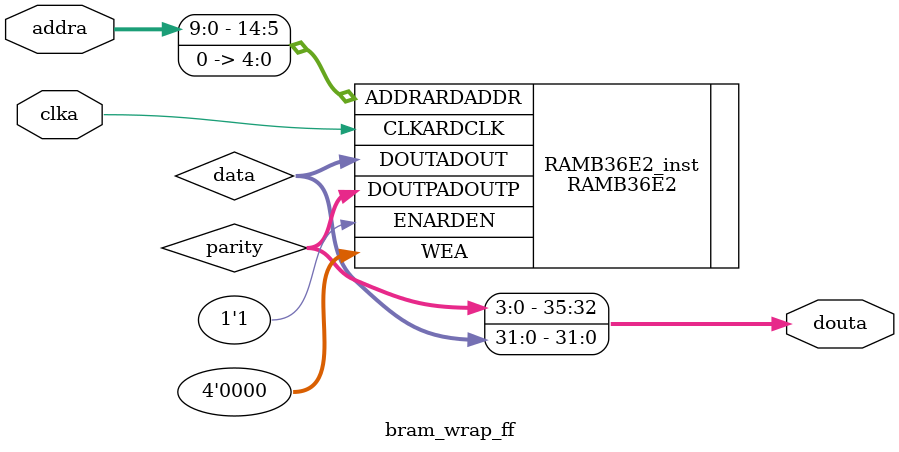
<source format=v>
`timescale 1ns / 1ps

module bram_wrap_ff(
    input clka,
    input [9:0] addra,
    output [35:0] douta
    );
    
    wire [31:0] data;
    wire [3:0] parity;
    
    assign douta = {parity, data};
    
RAMB36E2 #(
// CASCADE_ORDER_A, CASCADE_ORDER_B: "FIRST", "MIDDLE", "LAST", "NONE"
.CASCADE_ORDER_A("NONE"),
.CASCADE_ORDER_B("NONE"),
// CLOCK_DOMAINS: "COMMON", "INDEPENDENT"
.CLOCK_DOMAINS("INDEPENDENT"),
// Collision check: "ALL", "GENERATE_X_ONLY", "NONE", "WARNING_ONLY"
.SIM_COLLISION_CHECK("ALL"),
// DOA_REG, DOB_REG: Optional output register (0, 1)
.DOA_REG(0),
.DOB_REG(0),
// ENADDRENA/ENADDRENB: Address enable pin enable, "TRUE", "FALSE"
.ENADDRENA("FALSE"),
.ENADDRENB("FALSE"),
// EN_ECC_PIPE: ECC pipeline register, "TRUE"/"FALSE"
.EN_ECC_PIPE("FALSE"),
// EN_ECC_READ: Enable ECC decoder, "TRUE"/"FALSE"
.EN_ECC_READ("FALSE"),
// EN_ECC_WRITE: Enable ECC encoder, "TRUE"/"FALSE"
.EN_ECC_WRITE("FALSE"),
   // INITP_00 to INITP_0F: Initial contents of the parity memory array
	.INITP_00(256'hFFFFFFFFFFFFFFFFFFFFFFFFFFFFFFFFFFFFFFFFFFFFFFFFFFFFFFFFFFFFFFFF),
	.INITP_01(256'hFFFFFFFFFFFFFFFFFFFFFFFFFFFFFFFFFFFFFFFFFFFFFFFFFFFFFFFFFFFFFFFF),
	.INITP_02(256'hFFFFFFFFFFFFFFFFFFFFFFFFFFFFFFFFFFFFFFFFFFFFFFFFFFFFFFFFFFFFFFFF),
	.INITP_03(256'hFFFFFFFFFFFFFFFFFFFFFFFFFFFFFFFFFFFFFFFFFFFFFFFFFFFFFFFFFFFFFFFF),
	.INITP_04(256'hFFFFFFFFFFFFFFFFFFFFFFFFFFFFFFFFFFFFFFFFFFFFFFFFFFFFFFFFFFFFFFFF),
	.INITP_05(256'hFFFFFFFFFFFFFFFFFFFFFFFFFFFFFFFFFFFFFFFFFFFFFFFFFFFFFFFFFFFFFFFF),
	.INITP_06(256'hFFFFFFFFFFFFFFFFFFFFFFFFFFFFFFFFFFFFFFFFFFFFFFFFFFFFFFFFFFFFFFFF),
	.INITP_07(256'hFFFFFFFFFFFFFFFFFFFFFFFFFFFFFFFFFFFFFFFFFFFFFFFFFFFFFFFFFFFFFFFF),
	.INITP_08(256'hFFFFFFFFFFFFFFFFFFFFFFFFFFFFFFFFFFFFFFFFFFFFFFFFFFFFFFFFFFFFFFFF),
	.INITP_09(256'hFFFFFFFFFFFFFFFFFFFFFFFFFFFFFFFFFFFFFFFFFFFFFFFFFFFFFFFFFFFFFFFF),
	.INITP_0A(256'hFFFFFFFFFFFFFFFFFFFFFFFFFFFFFFFFFFFFFFFFFFFFFFFFFFFFFFFFFFFFFFFF),
	.INITP_0B(256'hFFFFFFFFFFFFFFFFFFFFFFFFFFFFFFFFFFFFFFFFFFFFFFFFFFFFFFFFFFFFFFFF),
	.INITP_0C(256'hFFFFFFFFFFFFFFFFFFFFFFFFFFFFFFFFFFFFFFFFFFFFFFFFFFFFFFFFFFFFFFFF),
	.INITP_0D(256'hFFFFFFFFFFFFFFFFFFFFFFFFFFFFFFFFFFFFFFFFFFFFFFFFFFFFFFFFFFFFFFFF),
	.INITP_0E(256'hFFFFFFFFFFFFFFFFFFFFFFFFFFFFFFFFFFFFFFFFFFFFFFFFFFFFFFFFFFFFFFFF),
	.INITP_0F(256'hFFFFFFFFFFFFFFFFFFFFFFFFFFFFFFFFFFFFFFFFFFFFFFFFFFFFFFFFFFFFFFFF),
   // INIT_00 to INIT_7F: Initial contents of the data memory array
	.INIT_00(256'hFFFFFFFFFFFFFFFFFFFFFFFFFFFFFFFFFFFFFFFFFFFFFFFFFFFFFFFFFFFFFFFF),
	.INIT_01(256'hFFFFFFFFFFFFFFFFFFFFFFFFFFFFFFFFFFFFFFFFFFFFFFFFFFFFFFFFFFFFFFFF),
	.INIT_02(256'hFFFFFFFFFFFFFFFFFFFFFFFFFFFFFFFFFFFFFFFFFFFFFFFFFFFFFFFFFFFFFFFF),
	.INIT_03(256'hFFFFFFFFFFFFFFFFFFFFFFFFFFFFFFFFFFFFFFFFFFFFFFFFFFFFFFFFFFFFFFFF),
	.INIT_04(256'hFFFFFFFFFFFFFFFFFFFFFFFFFFFFFFFFFFFFFFFFFFFFFFFFFFFFFFFFFFFFFFFF),
	.INIT_05(256'hFFFFFFFFFFFFFFFFFFFFFFFFFFFFFFFFFFFFFFFFFFFFFFFFFFFFFFFFFFFFFFFF),
	.INIT_06(256'hFFFFFFFFFFFFFFFFFFFFFFFFFFFFFFFFFFFFFFFFFFFFFFFFFFFFFFFFFFFFFFFF),
	.INIT_07(256'hFFFFFFFFFFFFFFFFFFFFFFFFFFFFFFFFFFFFFFFFFFFFFFFFFFFFFFFFFFFFFFFF),
	.INIT_08(256'hFFFFFFFFFFFFFFFFFFFFFFFFFFFFFFFFFFFFFFFFFFFFFFFFFFFFFFFFFFFFFFFF),
	.INIT_09(256'hFFFFFFFFFFFFFFFFFFFFFFFFFFFFFFFFFFFFFFFFFFFFFFFFFFFFFFFFFFFFFFFF),
	.INIT_0A(256'hFFFFFFFFFFFFFFFFFFFFFFFFFFFFFFFFFFFFFFFFFFFFFFFFFFFFFFFFFFFFFFFF),
	.INIT_0B(256'hFFFFFFFFFFFFFFFFFFFFFFFFFFFFFFFFFFFFFFFFFFFFFFFFFFFFFFFFFFFFFFFF),
	.INIT_0C(256'hFFFFFFFFFFFFFFFFFFFFFFFFFFFFFFFFFFFFFFFFFFFFFFFFFFFFFFFFFFFFFFFF),
	.INIT_0D(256'hFFFFFFFFFFFFFFFFFFFFFFFFFFFFFFFFFFFFFFFFFFFFFFFFFFFFFFFFFFFFFFFF),
	.INIT_0E(256'hFFFFFFFFFFFFFFFFFFFFFFFFFFFFFFFFFFFFFFFFFFFFFFFFFFFFFFFFFFFFFFFF),
	.INIT_0F(256'hFFFFFFFFFFFFFFFFFFFFFFFFFFFFFFFFFFFFFFFFFFFFFFFFFFFFFFFFFFFFFFFF),
	.INIT_10(256'hFFFFFFFFFFFFFFFFFFFFFFFFFFFFFFFFFFFFFFFFFFFFFFFFFFFFFFFFFFFFFFFF),
	.INIT_11(256'hFFFFFFFFFFFFFFFFFFFFFFFFFFFFFFFFFFFFFFFFFFFFFFFFFFFFFFFFFFFFFFFF),
	.INIT_12(256'hFFFFFFFFFFFFFFFFFFFFFFFFFFFFFFFFFFFFFFFFFFFFFFFFFFFFFFFFFFFFFFFF),
	.INIT_13(256'hFFFFFFFFFFFFFFFFFFFFFFFFFFFFFFFFFFFFFFFFFFFFFFFFFFFFFFFFFFFFFFFF),
	.INIT_14(256'hFFFFFFFFFFFFFFFFFFFFFFFFFFFFFFFFFFFFFFFFFFFFFFFFFFFFFFFFFFFFFFFF),
	.INIT_15(256'hFFFFFFFFFFFFFFFFFFFFFFFFFFFFFFFFFFFFFFFFFFFFFFFFFFFFFFFFFFFFFFFF),
	.INIT_16(256'hFFFFFFFFFFFFFFFFFFFFFFFFFFFFFFFFFFFFFFFFFFFFFFFFFFFFFFFFFFFFFFFF),
	.INIT_17(256'hFFFFFFFFFFFFFFFFFFFFFFFFFFFFFFFFFFFFFFFFFFFFFFFFFFFFFFFFFFFFFFFF),
	.INIT_18(256'hFFFFFFFFFFFFFFFFFFFFFFFFFFFFFFFFFFFFFFFFFFFFFFFFFFFFFFFFFFFFFFFF),
	.INIT_19(256'hFFFFFFFFFFFFFFFFFFFFFFFFFFFFFFFFFFFFFFFFFFFFFFFFFFFFFFFFFFFFFFFF),
	.INIT_1A(256'hFFFFFFFFFFFFFFFFFFFFFFFFFFFFFFFFFFFFFFFFFFFFFFFFFFFFFFFFFFFFFFFF),
	.INIT_1B(256'hFFFFFFFFFFFFFFFFFFFFFFFFFFFFFFFFFFFFFFFFFFFFFFFFFFFFFFFFFFFFFFFF),
	.INIT_1C(256'hFFFFFFFFFFFFFFFFFFFFFFFFFFFFFFFFFFFFFFFFFFFFFFFFFFFFFFFFFFFFFFFF),
	.INIT_1D(256'hFFFFFFFFFFFFFFFFFFFFFFFFFFFFFFFFFFFFFFFFFFFFFFFFFFFFFFFFFFFFFFFF),
	.INIT_1E(256'hFFFFFFFFFFFFFFFFFFFFFFFFFFFFFFFFFFFFFFFFFFFFFFFFFFFFFFFFFFFFFFFF),
	.INIT_1F(256'hFFFFFFFFFFFFFFFFFFFFFFFFFFFFFFFFFFFFFFFFFFFFFFFFFFFFFFFFFFFFFFFF),
	.INIT_20(256'hFFFFFFFFFFFFFFFFFFFFFFFFFFFFFFFFFFFFFFFFFFFFFFFFFFFFFFFFFFFFFFFF),
	.INIT_21(256'hFFFFFFFFFFFFFFFFFFFFFFFFFFFFFFFFFFFFFFFFFFFFFFFFFFFFFFFFFFFFFFFF),
	.INIT_22(256'hFFFFFFFFFFFFFFFFFFFFFFFFFFFFFFFFFFFFFFFFFFFFFFFFFFFFFFFFFFFFFFFF),
	.INIT_23(256'hFFFFFFFFFFFFFFFFFFFFFFFFFFFFFFFFFFFFFFFFFFFFFFFFFFFFFFFFFFFFFFFF),
	.INIT_24(256'hFFFFFFFFFFFFFFFFFFFFFFFFFFFFFFFFFFFFFFFFFFFFFFFFFFFFFFFFFFFFFFFF),
	.INIT_25(256'hFFFFFFFFFFFFFFFFFFFFFFFFFFFFFFFFFFFFFFFFFFFFFFFFFFFFFFFFFFFFFFFF),
	.INIT_26(256'hFFFFFFFFFFFFFFFFFFFFFFFFFFFFFFFFFFFFFFFFFFFFFFFFFFFFFFFFFFFFFFFF),
	.INIT_27(256'hFFFFFFFFFFFFFFFFFFFFFFFFFFFFFFFFFFFFFFFFFFFFFFFFFFFFFFFFFFFFFFFF),
	.INIT_28(256'hFFFFFFFFFFFFFFFFFFFFFFFFFFFFFFFFFFFFFFFFFFFFFFFFFFFFFFFFFFFFFFFF),
	.INIT_29(256'hFFFFFFFFFFFFFFFFFFFFFFFFFFFFFFFFFFFFFFFFFFFFFFFFFFFFFFFFFFFFFFFF),
	.INIT_2A(256'hFFFFFFFFFFFFFFFFFFFFFFFFFFFFFFFFFFFFFFFFFFFFFFFFFFFFFFFFFFFFFFFF),
	.INIT_2B(256'hFFFFFFFFFFFFFFFFFFFFFFFFFFFFFFFFFFFFFFFFFFFFFFFFFFFFFFFFFFFFFFFF),
	.INIT_2C(256'hFFFFFFFFFFFFFFFFFFFFFFFFFFFFFFFFFFFFFFFFFFFFFFFFFFFFFFFFFFFFFFFF),
	.INIT_2D(256'hFFFFFFFFFFFFFFFFFFFFFFFFFFFFFFFFFFFFFFFFFFFFFFFFFFFFFFFFFFFFFFFF),
	.INIT_2E(256'hFFFFFFFFFFFFFFFFFFFFFFFFFFFFFFFFFFFFFFFFFFFFFFFFFFFFFFFFFFFFFFFF),
	.INIT_2F(256'hFFFFFFFFFFFFFFFFFFFFFFFFFFFFFFFFFFFFFFFFFFFFFFFFFFFFFFFFFFFFFFFF),
	.INIT_30(256'hFFFFFFFFFFFFFFFFFFFFFFFFFFFFFFFFFFFFFFFFFFFFFFFFFFFFFFFFFFFFFFFF),
	.INIT_31(256'hFFFFFFFFFFFFFFFFFFFFFFFFFFFFFFFFFFFFFFFFFFFFFFFFFFFFFFFFFFFFFFFF),
	.INIT_32(256'hFFFFFFFFFFFFFFFFFFFFFFFFFFFFFFFFFFFFFFFFFFFFFFFFFFFFFFFFFFFFFFFF),
	.INIT_33(256'hFFFFFFFFFFFFFFFFFFFFFFFFFFFFFFFFFFFFFFFFFFFFFFFFFFFFFFFFFFFFFFFF),
	.INIT_34(256'hFFFFFFFFFFFFFFFFFFFFFFFFFFFFFFFFFFFFFFFFFFFFFFFFFFFFFFFFFFFFFFFF),
	.INIT_35(256'hFFFFFFFFFFFFFFFFFFFFFFFFFFFFFFFFFFFFFFFFFFFFFFFFFFFFFFFFFFFFFFFF),
	.INIT_36(256'hFFFFFFFFFFFFFFFFFFFFFFFFFFFFFFFFFFFFFFFFFFFFFFFFFFFFFFFFFFFFFFFF),
	.INIT_37(256'hFFFFFFFFFFFFFFFFFFFFFFFFFFFFFFFFFFFFFFFFFFFFFFFFFFFFFFFFFFFFFFFF),
	.INIT_38(256'hFFFFFFFFFFFFFFFFFFFFFFFFFFFFFFFFFFFFFFFFFFFFFFFFFFFFFFFFFFFFFFFF),
	.INIT_39(256'hFFFFFFFFFFFFFFFFFFFFFFFFFFFFFFFFFFFFFFFFFFFFFFFFFFFFFFFFFFFFFFFF),
	.INIT_3A(256'hFFFFFFFFFFFFFFFFFFFFFFFFFFFFFFFFFFFFFFFFFFFFFFFFFFFFFFFFFFFFFFFF),
	.INIT_3B(256'hFFFFFFFFFFFFFFFFFFFFFFFFFFFFFFFFFFFFFFFFFFFFFFFFFFFFFFFFFFFFFFFF),
	.INIT_3C(256'hFFFFFFFFFFFFFFFFFFFFFFFFFFFFFFFFFFFFFFFFFFFFFFFFFFFFFFFFFFFFFFFF),
	.INIT_3D(256'hFFFFFFFFFFFFFFFFFFFFFFFFFFFFFFFFFFFFFFFFFFFFFFFFFFFFFFFFFFFFFFFF),
	.INIT_3E(256'hFFFFFFFFFFFFFFFFFFFFFFFFFFFFFFFFFFFFFFFFFFFFFFFFFFFFFFFFFFFFFFFF),
	.INIT_3F(256'hFFFFFFFFFFFFFFFFFFFFFFFFFFFFFFFFFFFFFFFFFFFFFFFFFFFFFFFFFFFFFFFF),
	.INIT_40(256'hFFFFFFFFFFFFFFFFFFFFFFFFFFFFFFFFFFFFFFFFFFFFFFFFFFFFFFFFFFFFFFFF),
	.INIT_41(256'hFFFFFFFFFFFFFFFFFFFFFFFFFFFFFFFFFFFFFFFFFFFFFFFFFFFFFFFFFFFFFFFF),
	.INIT_42(256'hFFFFFFFFFFFFFFFFFFFFFFFFFFFFFFFFFFFFFFFFFFFFFFFFFFFFFFFFFFFFFFFF),
	.INIT_43(256'hFFFFFFFFFFFFFFFFFFFFFFFFFFFFFFFFFFFFFFFFFFFFFFFFFFFFFFFFFFFFFFFF),
	.INIT_44(256'hFFFFFFFFFFFFFFFFFFFFFFFFFFFFFFFFFFFFFFFFFFFFFFFFFFFFFFFFFFFFFFFF),
	.INIT_45(256'hFFFFFFFFFFFFFFFFFFFFFFFFFFFFFFFFFFFFFFFFFFFFFFFFFFFFFFFFFFFFFFFF),
	.INIT_46(256'hFFFFFFFFFFFFFFFFFFFFFFFFFFFFFFFFFFFFFFFFFFFFFFFFFFFFFFFFFFFFFFFF),
	.INIT_47(256'hFFFFFFFFFFFFFFFFFFFFFFFFFFFFFFFFFFFFFFFFFFFFFFFFFFFFFFFFFFFFFFFF),
	.INIT_48(256'hFFFFFFFFFFFFFFFFFFFFFFFFFFFFFFFFFFFFFFFFFFFFFFFFFFFFFFFFFFFFFFFF),
	.INIT_49(256'hFFFFFFFFFFFFFFFFFFFFFFFFFFFFFFFFFFFFFFFFFFFFFFFFFFFFFFFFFFFFFFFF),
	.INIT_4A(256'hFFFFFFFFFFFFFFFFFFFFFFFFFFFFFFFFFFFFFFFFFFFFFFFFFFFFFFFFFFFFFFFF),
	.INIT_4B(256'hFFFFFFFFFFFFFFFFFFFFFFFFFFFFFFFFFFFFFFFFFFFFFFFFFFFFFFFFFFFFFFFF),
	.INIT_4C(256'hFFFFFFFFFFFFFFFFFFFFFFFFFFFFFFFFFFFFFFFFFFFFFFFFFFFFFFFFFFFFFFFF),
	.INIT_4D(256'hFFFFFFFFFFFFFFFFFFFFFFFFFFFFFFFFFFFFFFFFFFFFFFFFFFFFFFFFFFFFFFFF),
	.INIT_4E(256'hFFFFFFFFFFFFFFFFFFFFFFFFFFFFFFFFFFFFFFFFFFFFFFFFFFFFFFFFFFFFFFFF),
	.INIT_4F(256'hFFFFFFFFFFFFFFFFFFFFFFFFFFFFFFFFFFFFFFFFFFFFFFFFFFFFFFFFFFFFFFFF),
	.INIT_50(256'hFFFFFFFFFFFFFFFFFFFFFFFFFFFFFFFFFFFFFFFFFFFFFFFFFFFFFFFFFFFFFFFF),
	.INIT_51(256'hFFFFFFFFFFFFFFFFFFFFFFFFFFFFFFFFFFFFFFFFFFFFFFFFFFFFFFFFFFFFFFFF),
	.INIT_52(256'hFFFFFFFFFFFFFFFFFFFFFFFFFFFFFFFFFFFFFFFFFFFFFFFFFFFFFFFFFFFFFFFF),
	.INIT_53(256'hFFFFFFFFFFFFFFFFFFFFFFFFFFFFFFFFFFFFFFFFFFFFFFFFFFFFFFFFFFFFFFFF),
	.INIT_54(256'hFFFFFFFFFFFFFFFFFFFFFFFFFFFFFFFFFFFFFFFFFFFFFFFFFFFFFFFFFFFFFFFF),
	.INIT_55(256'hFFFFFFFFFFFFFFFFFFFFFFFFFFFFFFFFFFFFFFFFFFFFFFFFFFFFFFFFFFFFFFFF),
	.INIT_56(256'hFFFFFFFFFFFFFFFFFFFFFFFFFFFFFFFFFFFFFFFFFFFFFFFFFFFFFFFFFFFFFFFF),
	.INIT_57(256'hFFFFFFFFFFFFFFFFFFFFFFFFFFFFFFFFFFFFFFFFFFFFFFFFFFFFFFFFFFFFFFFF),
	.INIT_58(256'hFFFFFFFFFFFFFFFFFFFFFFFFFFFFFFFFFFFFFFFFFFFFFFFFFFFFFFFFFFFFFFFF),
	.INIT_59(256'hFFFFFFFFFFFFFFFFFFFFFFFFFFFFFFFFFFFFFFFFFFFFFFFFFFFFFFFFFFFFFFFF),
	.INIT_5A(256'hFFFFFFFFFFFFFFFFFFFFFFFFFFFFFFFFFFFFFFFFFFFFFFFFFFFFFFFFFFFFFFFF),
	.INIT_5B(256'hFFFFFFFFFFFFFFFFFFFFFFFFFFFFFFFFFFFFFFFFFFFFFFFFFFFFFFFFFFFFFFFF),
	.INIT_5C(256'hFFFFFFFFFFFFFFFFFFFFFFFFFFFFFFFFFFFFFFFFFFFFFFFFFFFFFFFFFFFFFFFF),
	.INIT_5D(256'hFFFFFFFFFFFFFFFFFFFFFFFFFFFFFFFFFFFFFFFFFFFFFFFFFFFFFFFFFFFFFFFF),
	.INIT_5E(256'hFFFFFFFFFFFFFFFFFFFFFFFFFFFFFFFFFFFFFFFFFFFFFFFFFFFFFFFFFFFFFFFF),
	.INIT_5F(256'hFFFFFFFFFFFFFFFFFFFFFFFFFFFFFFFFFFFFFFFFFFFFFFFFFFFFFFFFFFFFFFFF),
	.INIT_60(256'hFFFFFFFFFFFFFFFFFFFFFFFFFFFFFFFFFFFFFFFFFFFFFFFFFFFFFFFFFFFFFFFF),
	.INIT_61(256'hFFFFFFFFFFFFFFFFFFFFFFFFFFFFFFFFFFFFFFFFFFFFFFFFFFFFFFFFFFFFFFFF),
	.INIT_62(256'hFFFFFFFFFFFFFFFFFFFFFFFFFFFFFFFFFFFFFFFFFFFFFFFFFFFFFFFFFFFFFFFF),
	.INIT_63(256'hFFFFFFFFFFFFFFFFFFFFFFFFFFFFFFFFFFFFFFFFFFFFFFFFFFFFFFFFFFFFFFFF),
	.INIT_64(256'hFFFFFFFFFFFFFFFFFFFFFFFFFFFFFFFFFFFFFFFFFFFFFFFFFFFFFFFFFFFFFFFF),
	.INIT_65(256'hFFFFFFFFFFFFFFFFFFFFFFFFFFFFFFFFFFFFFFFFFFFFFFFFFFFFFFFFFFFFFFFF),
	.INIT_66(256'hFFFFFFFFFFFFFFFFFFFFFFFFFFFFFFFFFFFFFFFFFFFFFFFFFFFFFFFFFFFFFFFF),
	.INIT_67(256'hFFFFFFFFFFFFFFFFFFFFFFFFFFFFFFFFFFFFFFFFFFFFFFFFFFFFFFFFFFFFFFFF),
	.INIT_68(256'hFFFFFFFFFFFFFFFFFFFFFFFFFFFFFFFFFFFFFFFFFFFFFFFFFFFFFFFFFFFFFFFF),
	.INIT_69(256'hFFFFFFFFFFFFFFFFFFFFFFFFFFFFFFFFFFFFFFFFFFFFFFFFFFFFFFFFFFFFFFFF),
	.INIT_6A(256'hFFFFFFFFFFFFFFFFFFFFFFFFFFFFFFFFFFFFFFFFFFFFFFFFFFFFFFFFFFFFFFFF),
	.INIT_6B(256'hFFFFFFFFFFFFFFFFFFFFFFFFFFFFFFFFFFFFFFFFFFFFFFFFFFFFFFFFFFFFFFFF),
	.INIT_6C(256'hFFFFFFFFFFFFFFFFFFFFFFFFFFFFFFFFFFFFFFFFFFFFFFFFFFFFFFFFFFFFFFFF),
	.INIT_6D(256'hFFFFFFFFFFFFFFFFFFFFFFFFFFFFFFFFFFFFFFFFFFFFFFFFFFFFFFFFFFFFFFFF),
	.INIT_6E(256'hFFFFFFFFFFFFFFFFFFFFFFFFFFFFFFFFFFFFFFFFFFFFFFFFFFFFFFFFFFFFFFFF),
	.INIT_6F(256'hFFFFFFFFFFFFFFFFFFFFFFFFFFFFFFFFFFFFFFFFFFFFFFFFFFFFFFFFFFFFFFFF),
	.INIT_70(256'hFFFFFFFFFFFFFFFFFFFFFFFFFFFFFFFFFFFFFFFFFFFFFFFFFFFFFFFFFFFFFFFF),
	.INIT_71(256'hFFFFFFFFFFFFFFFFFFFFFFFFFFFFFFFFFFFFFFFFFFFFFFFFFFFFFFFFFFFFFFFF),
	.INIT_72(256'hFFFFFFFFFFFFFFFFFFFFFFFFFFFFFFFFFFFFFFFFFFFFFFFFFFFFFFFFFFFFFFFF),
	.INIT_73(256'hFFFFFFFFFFFFFFFFFFFFFFFFFFFFFFFFFFFFFFFFFFFFFFFFFFFFFFFFFFFFFFFF),
	.INIT_74(256'hFFFFFFFFFFFFFFFFFFFFFFFFFFFFFFFFFFFFFFFFFFFFFFFFFFFFFFFFFFFFFFFF),
	.INIT_75(256'hFFFFFFFFFFFFFFFFFFFFFFFFFFFFFFFFFFFFFFFFFFFFFFFFFFFFFFFFFFFFFFFF),
	.INIT_76(256'hFFFFFFFFFFFFFFFFFFFFFFFFFFFFFFFFFFFFFFFFFFFFFFFFFFFFFFFFFFFFFFFF),
	.INIT_77(256'hFFFFFFFFFFFFFFFFFFFFFFFFFFFFFFFFFFFFFFFFFFFFFFFFFFFFFFFFFFFFFFFF),
	.INIT_78(256'hFFFFFFFFFFFFFFFFFFFFFFFFFFFFFFFFFFFFFFFFFFFFFFFFFFFFFFFFFFFFFFFF),
	.INIT_79(256'hFFFFFFFFFFFFFFFFFFFFFFFFFFFFFFFFFFFFFFFFFFFFFFFFFFFFFFFFFFFFFFFF),
	.INIT_7A(256'hFFFFFFFFFFFFFFFFFFFFFFFFFFFFFFFFFFFFFFFFFFFFFFFFFFFFFFFFFFFFFFFF),
	.INIT_7B(256'hFFFFFFFFFFFFFFFFFFFFFFFFFFFFFFFFFFFFFFFFFFFFFFFFFFFFFFFFFFFFFFFF),
	.INIT_7C(256'hFFFFFFFFFFFFFFFFFFFFFFFFFFFFFFFFFFFFFFFFFFFFFFFFFFFFFFFFFFFFFFFF),
	.INIT_7D(256'hFFFFFFFFFFFFFFFFFFFFFFFFFFFFFFFFFFFFFFFFFFFFFFFFFFFFFFFFFFFFFFFF),
	.INIT_7E(256'hFFFFFFFFFFFFFFFFFFFFFFFFFFFFFFFFFFFFFFFFFFFFFFFFFFFFFFFFFFFFFFFF),
	.INIT_7F(256'hFFFFFFFFFFFFFFFFFFFFFFFFFFFFFFFFFFFFFFFFFFFFFFFFFFFFFFFFFFFFFFFF),
   // INIT_A, INIT_B: Initial values on output ports
.INIT_A(36'h000000000),
.INIT_B(36'h000000000),
// Initialization File: RAM initialization file
.INIT_FILE("NONE"),
// Programmable Inversion Attributes: Specifies the use of the built-in programmable inversion
.IS_CLKARDCLK_INVERTED(1'b0),
.IS_CLKBWRCLK_INVERTED(1'b0),
.IS_ENARDEN_INVERTED(1'b0),
.IS_ENBWREN_INVERTED(1'b0),
.IS_RSTRAMARSTRAM_INVERTED(1'b0),
.IS_RSTRAMB_INVERTED(1'b0),
.IS_RSTREGARSTREG_INVERTED(1'b0),
.IS_RSTREGB_INVERTED(1'b0),
// RDADDRCHANGE: Disable memory access when output value does not change ("TRUE", "FALSE")
.RDADDRCHANGEA("FALSE"),
.RDADDRCHANGEB("FALSE"),
// READ_WIDTH_A/B, WRITE_WIDTH_A/B: Read/write width per port
.READ_WIDTH_A(36), // 0-36
.READ_WIDTH_B(0), // 0-9
.WRITE_WIDTH_A(0), // 0-9
.WRITE_WIDTH_B(0), // 0-9
// RSTREG_PRIORITY_A, RSTREG_PRIORITY_B: Reset or enable priority ("RSTREG", "REGCE")
.RSTREG_PRIORITY_A("RSTREG"),
.RSTREG_PRIORITY_B("RSTREG"),
// SRVAL_A, SRVAL_B: Set/reset value for output
.SRVAL_A(36'h000000000),
.SRVAL_B(36'h000000000),
// Sleep Async: Sleep function asynchronous or synchronous ("TRUE", "FALSE")
.SLEEP_ASYNC("FALSE"),
// WriteMode: "WRITE_FIRST", "NO_CHANGE", "READ_FIRST"
.WRITE_MODE_A("READ_FIRST"),
.WRITE_MODE_B("READ_FIRST")
)
RAMB36E2_inst (
// Cascade Signals outputs: Multi-BRAM cascade signals
//.CASDOUTA(CASDOUTA), // 32-bit output: Port A cascade output data
//.CASDOUTB(CASDOUTB), // 32-bit output: Port B cascade output data
//.CASDOUTPA(CASDOUTPA), // 4-bit output: Port A cascade output parity data
//.CASDOUTPB(CASDOUTPB), // 4-bit output: Port B cascade output parity data
//.CASOUTDBITERR(CASOUTDBITERR), // 1-bit output: DBITERR cascade output
//.CASOUTSBITERR(CASOUTSBITERR), // 1-bit output: SBITERR cascade output
// ECC Signals outputs: Error Correction Circuitry ports
//.DBITERR(DBITERR), // 1-bit output: Double bit error status
//.ECCPARITY(ECCPARITY), // 8-bit output: Generated error correction parity
//.RDADDRECC(RDADDRECC), // 9-bit output: ECC Read Address
//.SBITERR(SBITERR), // 1-bit output: Single bit error status
// Port A Data outputs: Port A data
.DOUTADOUT(data), // 32-bit output: Port A Data/LSB data
.DOUTPADOUTP(parity), // 4-bit output: Port A parity/LSB parity
// Port B Data outputs: Port B data
//.DOUTBDOUT(DOUTBDOUT), // 32-bit output: Port B data/MSB data
//.DOUTPBDOUTP(DOUTPBDOUTP), // 4-bit output: Port B parity/MSB parity
// Cascade Signals inputs: Multi-BRAM cascade signals
//.CASDIMUXA(CASDIMUXA), // 1-bit input: Port A input data (0=DINA, 1=CASDINA)
//.CASDIMUXB(CASDIMUXB), // 1-bit input: Port B input data (0=DINB, 1=CASDINB)
//.CASDINA(CASDINA), // 32-bit input: Port A cascade input data
//.CASDINB(CASDINB), // 32-bit input: Port B cascade input data
//.CASDINPA(CASDINPA), // 4-bit input: Port A cascade input parity data
//.CASDINPB(CASDINPB), // 4-bit input: Port B cascade input parity data
//.CASDOMUXA(CASDOMUXA), // 1-bit input: Port A unregistered data (0=BRAM data, 1=CASDINA)
//.CASDOMUXB(CASDOMUXB), // 1-bit input: Port B unregistered data (0=BRAM data, 1=CASDINB)
//.CASDOMUXEN_A(CASDOMUXEN_A), // 1-bit input: Port A unregistered output data enable
//.CASDOMUXEN_B(CASDOMUXEN_B), // 1-bit input: Port B unregistered output data enable
//.CASINDBITERR(CASINDBITERR), // 1-bit input: DBITERR cascade input
//.CASINSBITERR(CASINSBITERR), // 1-bit input: SBITERR cascade input
//.CASOREGIMUXA(CASOREGIMUXA), // 1-bit input: Port A registered data (0=BRAM data, 1=CASDINA)
//.CASOREGIMUXB(CASOREGIMUXB), // 1-bit input: Port B registered data (0=BRAM data, 1=CASDINB)
//.CASOREGIMUXEN_A(CASOREGIMUXEN_A), // 1-bit input: Port A registered output data enable
//.CASOREGIMUXEN_B(CASOREGIMUXEN_B), // 1-bit input: Port B registered output data enable
// ECC Signals inputs: Error Correction Circuitry ports
//.ECCPIPECE(ECCPIPECE), // 1-bit input: ECC Pipeline Register Enable
//.INJECTDBITERR(INJECTDBITERR), // 1-bit input: Inject a double-bit error
//.INJECTSBITERR(INJECTSBITERR),
// Port A Address/Control Signals inputs: Port A address and control signals
.ADDRARDADDR({addra[9:0], 5'b0}), // 15-bit input: A/Read port address
//.ADDRENA(1'b1), // 1-bit input: Active-High A/Read port address enable
.CLKARDCLK(clka), // 1-bit input: A/Read port clock
.ENARDEN(1'b1), // 1-bit input: Port A enable/Read enable
//.REGCEAREGCE(REGCEAREGCE), // 1-bit input: Port A register enable/Register enable
//.RSTRAMARSTRAM(RSTRAMARSTRAM), // 1-bit input: Port A set/reset
//.RSTREGARSTREG(RSTREGARSTREG), // 1-bit input: Port A register set/reset
//.SLEEP(SLEEP), // 1-bit input: Sleep Mode
.WEA(4'b0) // 4-bit input: Port A write enable
// Port A Data inputs: Port A data
//.DINADIN(DINADIN), // 32-bit input: Port A data/LSB data
//.DINPADINP(DINPADINP), // 4-bit input: Port A parity/LSB parity
// Port B Address/Control Signals inputs: Port B address and control signals
//.ADDRBWRADDR(ADDRBWRADDR), // 15-bit input: B/Write port address
//.ADDRENB(ADDRENB), // 1-bit input: Active-High B/Write port address enable
//.CLKBWRCLK(CLKBWRCLK), // 1-bit input: B/Write port clock
//.ENBWREN(ENBWREN), // 1-bit input: Port B enable/Write enable
//.REGCEB(REGCEB), // 1-bit input: Port B register enable
//.RSTRAMB(RSTRAMB), // 1-bit input: Port B set/reset
//.RSTREGB(RSTREGB), // 1-bit input: Port B register set/reset
//.WEBWE(WEBWE), // 8-bit input: Port B write enable/Write enable
// Port B Data inputs: Port B data
//.DINBDIN(DINBDIN), // 32-bit input: Port B data/MSB data
//.DINPBDINP(DINPBDINP) // 4-bit input: Port B parity/MSB parity
);
    
endmodule

</source>
